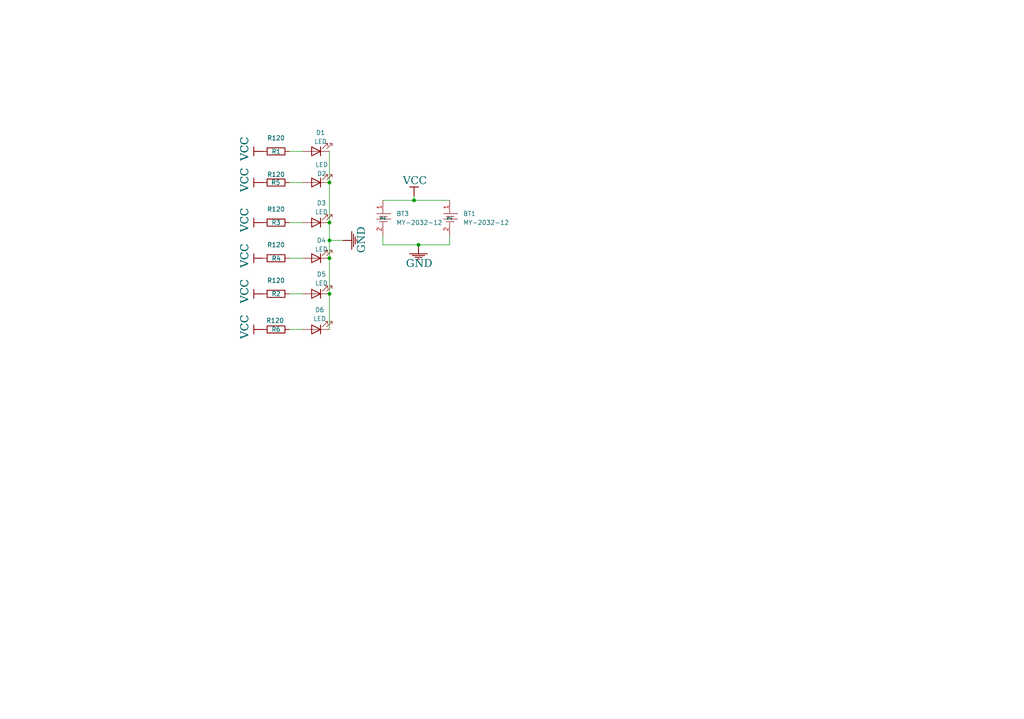
<source format=kicad_sch>
(kicad_sch
	(version 20231120)
	(generator "eeschema")
	(generator_version "8.0")
	(uuid "9d05d08a-6d4a-4426-b673-30f2051cc825")
	(paper "User" 292.1 205.105)
	(title_block
		(title "Apocalypse's Nametag PCB")
		(date "2024-04-29")
		(rev "1")
		(company "Apocalypse - Hack Club")
	)
	(lib_symbols
		(symbol "Device:LED"
			(pin_numbers hide)
			(pin_names
				(offset 1.016) hide)
			(exclude_from_sim no)
			(in_bom yes)
			(on_board yes)
			(property "Reference" "D"
				(at 0 2.54 0)
				(effects
					(font
						(size 1.27 1.27)
					)
				)
			)
			(property "Value" "LED"
				(at 0 -2.54 0)
				(effects
					(font
						(size 1.27 1.27)
					)
				)
			)
			(property "Footprint" ""
				(at 0 0 0)
				(effects
					(font
						(size 1.27 1.27)
					)
					(hide yes)
				)
			)
			(property "Datasheet" "~"
				(at 0 0 0)
				(effects
					(font
						(size 1.27 1.27)
					)
					(hide yes)
				)
			)
			(property "Description" "Light emitting diode"
				(at 0 0 0)
				(effects
					(font
						(size 1.27 1.27)
					)
					(hide yes)
				)
			)
			(property "ki_keywords" "LED diode"
				(at 0 0 0)
				(effects
					(font
						(size 1.27 1.27)
					)
					(hide yes)
				)
			)
			(property "ki_fp_filters" "LED* LED_SMD:* LED_THT:*"
				(at 0 0 0)
				(effects
					(font
						(size 1.27 1.27)
					)
					(hide yes)
				)
			)
			(symbol "LED_0_1"
				(polyline
					(pts
						(xy -1.27 -1.27) (xy -1.27 1.27)
					)
					(stroke
						(width 0.254)
						(type default)
					)
					(fill
						(type none)
					)
				)
				(polyline
					(pts
						(xy -1.27 0) (xy 1.27 0)
					)
					(stroke
						(width 0)
						(type default)
					)
					(fill
						(type none)
					)
				)
				(polyline
					(pts
						(xy 1.27 -1.27) (xy 1.27 1.27) (xy -1.27 0) (xy 1.27 -1.27)
					)
					(stroke
						(width 0.254)
						(type default)
					)
					(fill
						(type none)
					)
				)
				(polyline
					(pts
						(xy -3.048 -0.762) (xy -4.572 -2.286) (xy -3.81 -2.286) (xy -4.572 -2.286) (xy -4.572 -1.524)
					)
					(stroke
						(width 0)
						(type default)
					)
					(fill
						(type none)
					)
				)
				(polyline
					(pts
						(xy -1.778 -0.762) (xy -3.302 -2.286) (xy -2.54 -2.286) (xy -3.302 -2.286) (xy -3.302 -1.524)
					)
					(stroke
						(width 0)
						(type default)
					)
					(fill
						(type none)
					)
				)
			)
			(symbol "LED_1_1"
				(pin passive line
					(at -3.81 0 0)
					(length 2.54)
					(name "K"
						(effects
							(font
								(size 1.27 1.27)
							)
						)
					)
					(number "1"
						(effects
							(font
								(size 1.27 1.27)
							)
						)
					)
				)
				(pin passive line
					(at 3.81 0 180)
					(length 2.54)
					(name "A"
						(effects
							(font
								(size 1.27 1.27)
							)
						)
					)
					(number "2"
						(effects
							(font
								(size 1.27 1.27)
							)
						)
					)
				)
			)
		)
		(symbol "Device:R"
			(pin_numbers hide)
			(pin_names
				(offset 0)
			)
			(exclude_from_sim no)
			(in_bom yes)
			(on_board yes)
			(property "Reference" "R"
				(at 2.032 0 90)
				(effects
					(font
						(size 1.27 1.27)
					)
				)
			)
			(property "Value" "R"
				(at 0 0 90)
				(effects
					(font
						(size 1.27 1.27)
					)
				)
			)
			(property "Footprint" ""
				(at -1.778 0 90)
				(effects
					(font
						(size 1.27 1.27)
					)
					(hide yes)
				)
			)
			(property "Datasheet" "~"
				(at 0 0 0)
				(effects
					(font
						(size 1.27 1.27)
					)
					(hide yes)
				)
			)
			(property "Description" "Resistor"
				(at 0 0 0)
				(effects
					(font
						(size 1.27 1.27)
					)
					(hide yes)
				)
			)
			(property "ki_keywords" "R res resistor"
				(at 0 0 0)
				(effects
					(font
						(size 1.27 1.27)
					)
					(hide yes)
				)
			)
			(property "ki_fp_filters" "R_*"
				(at 0 0 0)
				(effects
					(font
						(size 1.27 1.27)
					)
					(hide yes)
				)
			)
			(symbol "R_0_1"
				(rectangle
					(start -1.016 -2.54)
					(end 1.016 2.54)
					(stroke
						(width 0.254)
						(type default)
					)
					(fill
						(type none)
					)
				)
			)
			(symbol "R_1_1"
				(pin passive line
					(at 0 3.81 270)
					(length 1.27)
					(name "~"
						(effects
							(font
								(size 1.27 1.27)
							)
						)
					)
					(number "1"
						(effects
							(font
								(size 1.27 1.27)
							)
						)
					)
				)
				(pin passive line
					(at 0 -3.81 90)
					(length 1.27)
					(name "~"
						(effects
							(font
								(size 1.27 1.27)
							)
						)
					)
					(number "2"
						(effects
							(font
								(size 1.27 1.27)
							)
						)
					)
				)
			)
		)
		(symbol "GND"
			(power)
			(pin_numbers hide)
			(pin_names hide)
			(exclude_from_sim no)
			(in_bom yes)
			(on_board yes)
			(property "Reference" "#PWR"
				(at 0 0 0)
				(effects
					(font
						(size 1.27 1.27)
					)
					(hide yes)
				)
			)
			(property "Value" "GND"
				(at 0 6.35 0)
				(effects
					(font
						(size 1.27 1.27)
					)
				)
			)
			(property "Footprint" ""
				(at 0 0 0)
				(effects
					(font
						(size 1.27 1.27)
					)
					(hide yes)
				)
			)
			(property "Datasheet" ""
				(at 0 0 0)
				(effects
					(font
						(size 1.27 1.27)
					)
					(hide yes)
				)
			)
			(property "Description" "Power symbol creates a global label with name 'GND'"
				(at 0 0 0)
				(effects
					(font
						(size 1.27 1.27)
					)
					(hide yes)
				)
			)
			(property "ki_keywords" "power-flag"
				(at 0 0 0)
				(effects
					(font
						(size 1.27 1.27)
					)
					(hide yes)
				)
			)
			(symbol "GND_0_0"
				(polyline
					(pts
						(xy -2.54 -2.54) (xy 2.54 -2.54)
					)
					(stroke
						(width 0.254)
						(type solid)
					)
					(fill
						(type none)
					)
				)
				(polyline
					(pts
						(xy -1.778 -3.048) (xy 1.778 -3.048)
					)
					(stroke
						(width 0.254)
						(type solid)
					)
					(fill
						(type none)
					)
				)
				(polyline
					(pts
						(xy -1.016 -3.556) (xy 1.016 -3.556)
					)
					(stroke
						(width 0.254)
						(type solid)
					)
					(fill
						(type none)
					)
				)
				(polyline
					(pts
						(xy -0.254 -4.064) (xy 0.254 -4.064)
					)
					(stroke
						(width 0.254)
						(type solid)
					)
					(fill
						(type none)
					)
				)
				(polyline
					(pts
						(xy 0 0) (xy 0 -2.54)
					)
					(stroke
						(width 0.254)
						(type solid)
					)
					(fill
						(type none)
					)
				)
				(pin power_in line
					(at 0 0 270)
					(length 0)
					(name "GND"
						(effects
							(font
								(size 1.27 1.27)
							)
						)
					)
					(number "1"
						(effects
							(font
								(size 1.27 1.27)
							)
						)
					)
				)
			)
		)
		(symbol "VCC"
			(power)
			(pin_numbers hide)
			(pin_names hide)
			(exclude_from_sim no)
			(in_bom yes)
			(on_board yes)
			(property "Reference" "#PWR"
				(at 0 0 0)
				(effects
					(font
						(size 1.27 1.27)
					)
					(hide yes)
				)
			)
			(property "Value" "VCC"
				(at 0 3.81 0)
				(effects
					(font
						(size 1.27 1.27)
					)
				)
			)
			(property "Footprint" ""
				(at 0 0 0)
				(effects
					(font
						(size 1.27 1.27)
					)
					(hide yes)
				)
			)
			(property "Datasheet" ""
				(at 0 0 0)
				(effects
					(font
						(size 1.27 1.27)
					)
					(hide yes)
				)
			)
			(property "Description" "Power symbol creates a global label with name 'VCC'"
				(at 0 0 0)
				(effects
					(font
						(size 1.27 1.27)
					)
					(hide yes)
				)
			)
			(property "ki_keywords" "power-flag"
				(at 0 0 0)
				(effects
					(font
						(size 1.27 1.27)
					)
					(hide yes)
				)
			)
			(symbol "VCC_0_0"
				(polyline
					(pts
						(xy -1.27 -2.54) (xy 1.27 -2.54)
					)
					(stroke
						(width 0.254)
						(type solid)
					)
					(fill
						(type none)
					)
				)
				(polyline
					(pts
						(xy 0 0) (xy 0 -2.54)
					)
					(stroke
						(width 0.254)
						(type solid)
					)
					(fill
						(type none)
					)
				)
				(pin power_in line
					(at 0 0 270)
					(length 0)
					(name "VCC"
						(effects
							(font
								(size 1.27 1.27)
							)
						)
					)
					(number "1"
						(effects
							(font
								(size 1.27 1.27)
							)
						)
					)
				)
			)
		)
		(symbol "easyeda2kicad:MY-2032-12"
			(exclude_from_sim no)
			(in_bom yes)
			(on_board yes)
			(property "Reference" "BT"
				(at 0 5.08 0)
				(effects
					(font
						(size 1.27 1.27)
					)
				)
			)
			(property "Value" "MY-2032-12"
				(at 0 -5.08 0)
				(effects
					(font
						(size 1.27 1.27)
					)
				)
			)
			(property "Footprint" "easyeda2kicad:BAT-SMD_MY-2032-12"
				(at 0 -7.62 0)
				(effects
					(font
						(size 1.27 1.27)
					)
					(hide yes)
				)
			)
			(property "Datasheet" ""
				(at 0 0 0)
				(effects
					(font
						(size 1.27 1.27)
					)
					(hide yes)
				)
			)
			(property "Description" ""
				(at 0 0 0)
				(effects
					(font
						(size 1.27 1.27)
					)
					(hide yes)
				)
			)
			(property "LCSC Part" "C964833"
				(at 0 -10.16 0)
				(effects
					(font
						(size 1.27 1.27)
					)
					(hide yes)
				)
			)
			(symbol "MY-2032-12_0_1"
				(polyline
					(pts
						(xy -1.27 2.29) (xy -1.27 -1.78)
					)
					(stroke
						(width 0)
						(type default)
					)
					(fill
						(type none)
					)
				)
				(polyline
					(pts
						(xy -0.51 1.27) (xy -0.51 -1.02)
					)
					(stroke
						(width 0)
						(type default)
					)
					(fill
						(type none)
					)
				)
				(polyline
					(pts
						(xy 0.25 2.29) (xy 0.25 -1.78)
					)
					(stroke
						(width 0)
						(type default)
					)
					(fill
						(type none)
					)
				)
				(polyline
					(pts
						(xy 1.02 1.27) (xy 1.02 -1.02)
					)
					(stroke
						(width 0)
						(type default)
					)
					(fill
						(type none)
					)
				)
				(pin input line
					(at -5.08 0 0)
					(length 3.81)
					(name "1"
						(effects
							(font
								(size 1.27 1.27)
							)
						)
					)
					(number "1"
						(effects
							(font
								(size 1.27 1.27)
							)
						)
					)
				)
				(pin input line
					(at 5.08 0 180)
					(length 3.81)
					(name "2"
						(effects
							(font
								(size 1.27 1.27)
							)
						)
					)
					(number "2"
						(effects
							(font
								(size 1.27 1.27)
							)
						)
					)
				)
			)
		)
	)
	(junction
		(at 93.98 68.58)
		(diameter 0)
		(color 0 0 0 0)
		(uuid "0a93f591-e5fc-40ae-b4c9-5666dc7caf62")
	)
	(junction
		(at 93.98 52.07)
		(diameter 0)
		(color 0 0 0 0)
		(uuid "3053f9df-70f8-4201-973e-660e8f61c6a2")
	)
	(junction
		(at 119.38 69.85)
		(diameter 0)
		(color 0 0 0 0)
		(uuid "44dd6ce3-75f7-4fa8-8e3c-12946f4a0422")
	)
	(junction
		(at 93.98 63.5)
		(diameter 0)
		(color 0 0 0 0)
		(uuid "52020fb5-6fef-4c5b-9e6c-9f9eb62dcf59")
	)
	(junction
		(at 118.11 57.15)
		(diameter 0)
		(color 0 0 0 0)
		(uuid "7142ccee-5685-4b4e-aaa1-387d805deb8d")
	)
	(junction
		(at 93.98 73.66)
		(diameter 0)
		(color 0 0 0 0)
		(uuid "b0ff7e22-4a82-403d-bbd1-7d83d683afcd")
	)
	(junction
		(at 93.98 83.82)
		(diameter 0)
		(color 0 0 0 0)
		(uuid "bc4fa6d4-8151-4817-b32f-77fe7232d320")
	)
	(wire
		(pts
			(xy 118.11 57.15) (xy 128.27 57.15)
		)
		(stroke
			(width 0)
			(type default)
		)
		(uuid "1b6abe22-09d8-470d-868c-0e2f1fb8b7ad")
	)
	(wire
		(pts
			(xy 109.22 69.85) (xy 119.38 69.85)
		)
		(stroke
			(width 0)
			(type default)
		)
		(uuid "1f62d8b6-ecef-4b6a-8394-768956b33b36")
	)
	(wire
		(pts
			(xy 109.22 57.15) (xy 118.11 57.15)
		)
		(stroke
			(width 0)
			(type default)
		)
		(uuid "275ce20b-d3c2-45d1-adc8-55f4649960b6")
	)
	(wire
		(pts
			(xy 97.79 68.58) (xy 93.98 68.58)
		)
		(stroke
			(width 0)
			(type default)
		)
		(uuid "28b96067-9fcc-4a62-bb31-074dd05109e9")
	)
	(wire
		(pts
			(xy 109.22 69.85) (xy 109.22 67.31)
		)
		(stroke
			(width 0)
			(type default)
		)
		(uuid "44cf1d63-ac17-4caf-a7f3-c74bd2ac881c")
	)
	(wire
		(pts
			(xy 82.55 43.18) (xy 86.36 43.18)
		)
		(stroke
			(width 0)
			(type default)
		)
		(uuid "503052d4-7e25-47fc-960e-abd1b14066c1")
	)
	(wire
		(pts
			(xy 82.55 63.5) (xy 86.36 63.5)
		)
		(stroke
			(width 0)
			(type default)
		)
		(uuid "59c056f4-acee-47ee-991e-ac0631b7bd9f")
	)
	(wire
		(pts
			(xy 82.55 52.07) (xy 86.36 52.07)
		)
		(stroke
			(width 0)
			(type default)
		)
		(uuid "5c1baade-4172-4d95-9748-d8a73aca1844")
	)
	(wire
		(pts
			(xy 93.98 52.07) (xy 93.98 43.18)
		)
		(stroke
			(width 0)
			(type default)
		)
		(uuid "620de2b9-5859-4338-981e-05888c274742")
	)
	(wire
		(pts
			(xy 118.11 55.88) (xy 118.11 57.15)
		)
		(stroke
			(width 0)
			(type default)
		)
		(uuid "7dd24c12-3093-43d4-8087-67ae14bbaaf5")
	)
	(wire
		(pts
			(xy 82.55 93.98) (xy 86.36 93.98)
		)
		(stroke
			(width 0)
			(type default)
		)
		(uuid "82a14a38-52e7-4ac4-8d7f-f2b6d7e4de67")
	)
	(wire
		(pts
			(xy 93.98 73.66) (xy 93.98 83.82)
		)
		(stroke
			(width 0)
			(type default)
		)
		(uuid "8e1497ca-eec3-45f0-b1e8-46f6b16c6289")
	)
	(wire
		(pts
			(xy 82.55 83.82) (xy 86.36 83.82)
		)
		(stroke
			(width 0)
			(type default)
		)
		(uuid "9464c31e-bf13-4bfe-9740-b86049594e12")
	)
	(wire
		(pts
			(xy 128.27 67.31) (xy 128.27 69.85)
		)
		(stroke
			(width 0)
			(type default)
		)
		(uuid "a279f51f-c248-46f9-b39b-1f43ca5a50d1")
	)
	(wire
		(pts
			(xy 119.38 69.85) (xy 128.27 69.85)
		)
		(stroke
			(width 0)
			(type default)
		)
		(uuid "b892f5b5-5ee4-4472-a758-5f7dc2aa1ab4")
	)
	(wire
		(pts
			(xy 82.55 73.66) (xy 86.36 73.66)
		)
		(stroke
			(width 0)
			(type default)
		)
		(uuid "cb1966d3-730c-4797-9ed0-bc8c68851988")
	)
	(wire
		(pts
			(xy 93.98 63.5) (xy 93.98 68.58)
		)
		(stroke
			(width 0)
			(type default)
		)
		(uuid "e3c2f8f6-d45c-4820-a6b9-a04fb1bb5669")
	)
	(wire
		(pts
			(xy 93.98 68.58) (xy 93.98 73.66)
		)
		(stroke
			(width 0)
			(type default)
		)
		(uuid "ee80fd93-9dcd-4613-be98-3efcb3a0d9a5")
	)
	(wire
		(pts
			(xy 93.98 93.98) (xy 93.98 83.82)
		)
		(stroke
			(width 0)
			(type default)
		)
		(uuid "f75bc4a0-1477-4923-ba78-6cd7ffc112b2")
	)
	(wire
		(pts
			(xy 93.98 52.07) (xy 93.98 63.5)
		)
		(stroke
			(width 0)
			(type default)
		)
		(uuid "f9b4d9b8-cf43-402e-b573-e840e3ad8759")
	)
	(symbol
		(lib_id "VCC")
		(at 74.93 73.66 270)
		(mirror x)
		(unit 0)
		(exclude_from_sim no)
		(in_bom yes)
		(on_board yes)
		(dnp no)
		(uuid "08b0afa6-3721-45b0-9d29-cd3ef76ecae8")
		(property "Reference" "#PWR027"
			(at 74.93 73.66 0)
			(effects
				(font
					(size 1.27 1.27)
				)
				(hide yes)
			)
		)
		(property "Value" "VCC"
			(at 71.12 76.2 0)
			(effects
				(font
					(face "Times New Roman")
					(size 2.1717 2.1717)
				)
				(justify left top)
			)
		)
		(property "Footprint" ""
			(at 74.93 73.66 0)
			(effects
				(font
					(size 1.27 1.27)
				)
				(hide yes)
			)
		)
		(property "Datasheet" ""
			(at 74.93 73.66 0)
			(effects
				(font
					(size 1.27 1.27)
				)
				(hide yes)
			)
		)
		(property "Description" "Power symbol creates a global label with name 'VCC'"
			(at 74.93 73.66 0)
			(effects
				(font
					(size 1.27 1.27)
				)
				(hide yes)
			)
		)
		(pin "1"
			(uuid "de7a1700-3997-4bf4-a652-d9c5cd7da150")
		)
		(instances
			(project "HackerBadgePCBV3 (Simplified)"
				(path "/9d05d08a-6d4a-4426-b673-30f2051cc825"
					(reference "#PWR027")
					(unit 0)
				)
			)
		)
	)
	(symbol
		(lib_id "easyeda2kicad:MY-2032-12")
		(at 128.27 62.23 270)
		(unit 1)
		(exclude_from_sim no)
		(in_bom yes)
		(on_board yes)
		(dnp no)
		(fields_autoplaced yes)
		(uuid "1271b5bc-bbbd-4724-97c7-84873a4510bc")
		(property "Reference" "BT1"
			(at 132.08 60.9599 90)
			(effects
				(font
					(size 1.27 1.27)
				)
				(justify left)
			)
		)
		(property "Value" "MY-2032-12"
			(at 132.08 63.4999 90)
			(effects
				(font
					(size 1.27 1.27)
				)
				(justify left)
			)
		)
		(property "Footprint" "easyeda2kicad:BAT-SMD_MY-2032-12"
			(at 120.65 62.23 0)
			(effects
				(font
					(size 1.27 1.27)
				)
				(hide yes)
			)
		)
		(property "Datasheet" ""
			(at 128.27 62.23 0)
			(effects
				(font
					(size 1.27 1.27)
				)
				(hide yes)
			)
		)
		(property "Description" ""
			(at 128.27 62.23 0)
			(effects
				(font
					(size 1.27 1.27)
				)
				(hide yes)
			)
		)
		(property "LCSC Part" "C964833"
			(at 118.11 62.23 0)
			(effects
				(font
					(size 1.27 1.27)
				)
				(hide yes)
			)
		)
		(pin "2"
			(uuid "8bbfef26-e711-48b6-ab9c-638d99d7e38a")
		)
		(pin "1"
			(uuid "8607f73b-a431-4d5b-a4c4-bdb1fef2a430")
		)
		(instances
			(project "HackerBadgePCBV3 (Simplified)"
				(path "/9d05d08a-6d4a-4426-b673-30f2051cc825"
					(reference "BT1")
					(unit 1)
				)
			)
		)
	)
	(symbol
		(lib_id "Device:R")
		(at 78.74 93.98 90)
		(unit 1)
		(exclude_from_sim no)
		(in_bom yes)
		(on_board yes)
		(dnp no)
		(uuid "12f2fc7d-d62c-431e-bdf5-12f44b738408")
		(property "Reference" "R6"
			(at 78.74 93.98 90)
			(effects
				(font
					(size 1.27 1.27)
				)
			)
		)
		(property "Value" "R120"
			(at 78.486 91.44 90)
			(effects
				(font
					(size 1.27 1.27)
				)
			)
		)
		(property "Footprint" "Resistor_THT:R_Axial_DIN0207_L6.3mm_D2.5mm_P10.16mm_Horizontal"
			(at 78.74 95.758 90)
			(effects
				(font
					(size 1.27 1.27)
				)
				(hide yes)
			)
		)
		(property "Datasheet" "~"
			(at 78.74 93.98 0)
			(effects
				(font
					(size 1.27 1.27)
				)
				(hide yes)
			)
		)
		(property "Description" "Resistor"
			(at 78.74 93.98 0)
			(effects
				(font
					(size 1.27 1.27)
				)
				(hide yes)
			)
		)
		(property "LCSC Part" "C119306"
			(at 78.74 93.98 90)
			(effects
				(font
					(size 1.27 1.27)
				)
				(hide yes)
			)
		)
		(pin "1"
			(uuid "59837b3c-6b55-4726-998e-7cff34fb7ccc")
		)
		(pin "2"
			(uuid "42fd715a-22f0-4fa2-9034-d00151684ed9")
		)
		(instances
			(project "HackerBadgePCBV3 (Simplified)"
				(path "/9d05d08a-6d4a-4426-b673-30f2051cc825"
					(reference "R6")
					(unit 1)
				)
			)
		)
	)
	(symbol
		(lib_id "Device:R")
		(at 78.74 83.82 90)
		(unit 1)
		(exclude_from_sim no)
		(in_bom yes)
		(on_board yes)
		(dnp no)
		(uuid "1997bd78-8e02-49bb-b369-451079afdac9")
		(property "Reference" "R2"
			(at 78.7838 83.8053 90)
			(effects
				(font
					(size 1.27 1.27)
				)
			)
		)
		(property "Value" "R120"
			(at 78.74 80.01 90)
			(effects
				(font
					(size 1.27 1.27)
				)
			)
		)
		(property "Footprint" "Resistor_THT:R_Axial_DIN0207_L6.3mm_D2.5mm_P10.16mm_Horizontal"
			(at 78.74 85.598 90)
			(effects
				(font
					(size 1.27 1.27)
				)
				(hide yes)
			)
		)
		(property "Datasheet" "~"
			(at 78.74 83.82 0)
			(effects
				(font
					(size 1.27 1.27)
				)
				(hide yes)
			)
		)
		(property "Description" "Resistor"
			(at 78.74 83.82 0)
			(effects
				(font
					(size 1.27 1.27)
				)
				(hide yes)
			)
		)
		(property "LCSC Part" "C119306"
			(at 78.74 83.82 90)
			(effects
				(font
					(size 1.27 1.27)
				)
				(hide yes)
			)
		)
		(pin "1"
			(uuid "b4221db4-1a42-44cf-acc8-cb31337883eb")
		)
		(pin "2"
			(uuid "d8219d45-1578-4b3a-a804-8b25c89bf1f7")
		)
		(instances
			(project "HackerBadgePCBV3 (Simplified)"
				(path "/9d05d08a-6d4a-4426-b673-30f2051cc825"
					(reference "R2")
					(unit 1)
				)
			)
		)
	)
	(symbol
		(lib_id "Device:LED")
		(at 90.17 52.07 180)
		(unit 1)
		(exclude_from_sim no)
		(in_bom yes)
		(on_board yes)
		(dnp no)
		(uuid "257e3f24-3ae3-4ef7-9b15-2481b2163a4d")
		(property "Reference" "D2"
			(at 91.7575 49.53 0)
			(effects
				(font
					(size 1.27 1.27)
				)
			)
		)
		(property "Value" "LED"
			(at 91.7575 46.99 0)
			(effects
				(font
					(size 1.27 1.27)
				)
			)
		)
		(property "Footprint" "Library:LED_D3.0mm_Horizontal_O6.35mm_Z10.0mm"
			(at 90.17 52.07 0)
			(effects
				(font
					(size 1.27 1.27)
				)
				(hide yes)
			)
		)
		(property "Datasheet" "~"
			(at 90.17 52.07 0)
			(effects
				(font
					(size 1.27 1.27)
				)
				(hide yes)
			)
		)
		(property "Description" "Light emitting diode"
			(at 90.17 52.07 0)
			(effects
				(font
					(size 1.27 1.27)
				)
				(hide yes)
			)
		)
		(pin "2"
			(uuid "54cdc461-ce80-4ab4-a616-f975198a0ef9")
		)
		(pin "1"
			(uuid "9625d968-65dd-431f-8257-ab322801755f")
		)
		(instances
			(project "HackerBadgePCBV3 (Simplified)"
				(path "/9d05d08a-6d4a-4426-b673-30f2051cc825"
					(reference "D2")
					(unit 1)
				)
			)
		)
	)
	(symbol
		(lib_id "Device:R")
		(at 78.74 63.5 90)
		(unit 1)
		(exclude_from_sim no)
		(in_bom yes)
		(on_board yes)
		(dnp no)
		(uuid "289c9df5-a940-4a61-995b-6615abd6b867")
		(property "Reference" "R3"
			(at 78.74 63.5 90)
			(effects
				(font
					(size 1.27 1.27)
				)
			)
		)
		(property "Value" "R120"
			(at 78.74 59.69 90)
			(effects
				(font
					(size 1.27 1.27)
				)
			)
		)
		(property "Footprint" "Resistor_THT:R_Axial_DIN0207_L6.3mm_D2.5mm_P10.16mm_Horizontal"
			(at 78.74 65.278 90)
			(effects
				(font
					(size 1.27 1.27)
				)
				(hide yes)
			)
		)
		(property "Datasheet" "~"
			(at 78.74 63.5 0)
			(effects
				(font
					(size 1.27 1.27)
				)
				(hide yes)
			)
		)
		(property "Description" "Resistor"
			(at 78.74 63.5 0)
			(effects
				(font
					(size 1.27 1.27)
				)
				(hide yes)
			)
		)
		(property "LCSC Part" "C119306"
			(at 78.74 63.5 90)
			(effects
				(font
					(size 1.27 1.27)
				)
				(hide yes)
			)
		)
		(pin "1"
			(uuid "40a20e37-5683-4efe-b816-9708c24a6013")
		)
		(pin "2"
			(uuid "c5a066af-a448-46cd-b841-363bc6a1cd28")
		)
		(instances
			(project "HackerBadgePCBV3 (Simplified)"
				(path "/9d05d08a-6d4a-4426-b673-30f2051cc825"
					(reference "R3")
					(unit 1)
				)
			)
		)
	)
	(symbol
		(lib_id "Device:R")
		(at 78.74 52.07 90)
		(unit 1)
		(exclude_from_sim no)
		(in_bom yes)
		(on_board yes)
		(dnp no)
		(uuid "290afc15-be4d-464e-bf2c-b63dabcbc4a5")
		(property "Reference" "R5"
			(at 78.6614 52.0673 90)
			(effects
				(font
					(size 1.27 1.27)
				)
			)
		)
		(property "Value" "R120"
			(at 78.74 49.784 90)
			(effects
				(font
					(size 1.27 1.27)
				)
			)
		)
		(property "Footprint" "Resistor_THT:R_Axial_DIN0207_L6.3mm_D2.5mm_P10.16mm_Horizontal"
			(at 78.74 53.848 90)
			(effects
				(font
					(size 1.27 1.27)
				)
				(hide yes)
			)
		)
		(property "Datasheet" "~"
			(at 78.74 52.07 0)
			(effects
				(font
					(size 1.27 1.27)
				)
				(hide yes)
			)
		)
		(property "Description" "Resistor"
			(at 78.74 52.07 0)
			(effects
				(font
					(size 1.27 1.27)
				)
				(hide yes)
			)
		)
		(property "LCSC Part" "C119306"
			(at 78.74 52.07 90)
			(effects
				(font
					(size 1.27 1.27)
				)
				(hide yes)
			)
		)
		(pin "1"
			(uuid "4f253187-f0a3-40a3-84d6-5ebc392a6d3d")
		)
		(pin "2"
			(uuid "71ae6556-655a-40f7-96d9-4395806e92d0")
		)
		(instances
			(project "HackerBadgePCBV3 (Simplified)"
				(path "/9d05d08a-6d4a-4426-b673-30f2051cc825"
					(reference "R5")
					(unit 1)
				)
			)
		)
	)
	(symbol
		(lib_id "Device:LED")
		(at 90.17 63.5 180)
		(unit 1)
		(exclude_from_sim no)
		(in_bom yes)
		(on_board yes)
		(dnp no)
		(uuid "322758b6-9ca4-4e91-86c3-b33f1be2d761")
		(property "Reference" "D3"
			(at 91.694 57.912 0)
			(effects
				(font
					(size 1.27 1.27)
				)
			)
		)
		(property "Value" "LED"
			(at 91.694 60.452 0)
			(effects
				(font
					(size 1.27 1.27)
				)
			)
		)
		(property "Footprint" "Library:LED_D3.0mm_Horizontal_O6.35mm_Z10.0mm"
			(at 90.17 63.5 0)
			(effects
				(font
					(size 1.27 1.27)
				)
				(hide yes)
			)
		)
		(property "Datasheet" "~"
			(at 90.17 63.5 0)
			(effects
				(font
					(size 1.27 1.27)
				)
				(hide yes)
			)
		)
		(property "Description" "Light emitting diode"
			(at 90.17 63.5 0)
			(effects
				(font
					(size 1.27 1.27)
				)
				(hide yes)
			)
		)
		(pin "2"
			(uuid "8a071f80-df09-495f-8ec2-0fc7617cb719")
		)
		(pin "1"
			(uuid "3e5f6871-ed19-4059-b18d-0fcf4d6a1e83")
		)
		(instances
			(project "HackerBadgePCBV3 (Simplified)"
				(path "/9d05d08a-6d4a-4426-b673-30f2051cc825"
					(reference "D3")
					(unit 1)
				)
			)
		)
	)
	(symbol
		(lib_id "VCC")
		(at 74.93 63.5 270)
		(mirror x)
		(unit 0)
		(exclude_from_sim no)
		(in_bom yes)
		(on_board yes)
		(dnp no)
		(uuid "4b400d1f-12f9-4d46-8ecb-b912cb148188")
		(property "Reference" "#PWR04"
			(at 74.93 63.5 0)
			(effects
				(font
					(size 1.27 1.27)
				)
				(hide yes)
			)
		)
		(property "Value" "VCC"
			(at 71.12 66.04 0)
			(effects
				(font
					(face "Times New Roman")
					(size 2.1717 2.1717)
				)
				(justify left top)
			)
		)
		(property "Footprint" ""
			(at 74.93 63.5 0)
			(effects
				(font
					(size 1.27 1.27)
				)
				(hide yes)
			)
		)
		(property "Datasheet" ""
			(at 74.93 63.5 0)
			(effects
				(font
					(size 1.27 1.27)
				)
				(hide yes)
			)
		)
		(property "Description" "Power symbol creates a global label with name 'VCC'"
			(at 74.93 63.5 0)
			(effects
				(font
					(size 1.27 1.27)
				)
				(hide yes)
			)
		)
		(pin "1"
			(uuid "2f63d3fa-f649-4e2d-875e-471e9799b9f0")
		)
		(instances
			(project "HackerBadgePCBV3 (Simplified)"
				(path "/9d05d08a-6d4a-4426-b673-30f2051cc825"
					(reference "#PWR04")
					(unit 0)
				)
			)
		)
	)
	(symbol
		(lib_id "GND")
		(at 119.38 69.85 0)
		(unit 0)
		(exclude_from_sim no)
		(in_bom yes)
		(on_board yes)
		(dnp no)
		(uuid "633dbb38-4527-4263-b0b8-b37fcef520a2")
		(property "Reference" "#PWR046"
			(at 119.38 69.85 0)
			(effects
				(font
					(size 1.27 1.27)
				)
				(hide yes)
			)
		)
		(property "Value" "GND"
			(at 116.078 76.454 0)
			(effects
				(font
					(face "Times New Roman")
					(size 2.1717 2.1717)
				)
				(justify left bottom)
			)
		)
		(property "Footprint" ""
			(at 119.38 69.85 0)
			(effects
				(font
					(size 1.27 1.27)
				)
				(hide yes)
			)
		)
		(property "Datasheet" ""
			(at 119.38 69.85 0)
			(effects
				(font
					(size 1.27 1.27)
				)
				(hide yes)
			)
		)
		(property "Description" "Power symbol creates a global label with name 'GND'"
			(at 119.38 69.85 0)
			(effects
				(font
					(size 1.27 1.27)
				)
				(hide yes)
			)
		)
		(pin "1"
			(uuid "5fecb76e-fa37-4199-a764-9f2efe4ae082")
		)
		(instances
			(project "HackerBadgePCBV3 (Simplified)"
				(path "/9d05d08a-6d4a-4426-b673-30f2051cc825"
					(reference "#PWR046")
					(unit 0)
				)
			)
		)
	)
	(symbol
		(lib_id "Device:R")
		(at 78.74 73.66 90)
		(unit 1)
		(exclude_from_sim no)
		(in_bom yes)
		(on_board yes)
		(dnp no)
		(uuid "70982545-9b33-4577-9179-9fb129d5cc3e")
		(property "Reference" "R4"
			(at 78.825 73.7424 90)
			(effects
				(font
					(size 1.27 1.27)
				)
			)
		)
		(property "Value" "R120"
			(at 78.74 69.85 90)
			(effects
				(font
					(size 1.27 1.27)
				)
			)
		)
		(property "Footprint" "Resistor_THT:R_Axial_DIN0207_L6.3mm_D2.5mm_P10.16mm_Horizontal"
			(at 78.74 75.438 90)
			(effects
				(font
					(size 1.27 1.27)
				)
				(hide yes)
			)
		)
		(property "Datasheet" "~"
			(at 78.74 73.66 0)
			(effects
				(font
					(size 1.27 1.27)
				)
				(hide yes)
			)
		)
		(property "Description" "Resistor"
			(at 78.74 73.66 0)
			(effects
				(font
					(size 1.27 1.27)
				)
				(hide yes)
			)
		)
		(property "LCSC Part" "C119306"
			(at 78.74 73.66 90)
			(effects
				(font
					(size 1.27 1.27)
				)
				(hide yes)
			)
		)
		(pin "1"
			(uuid "70b10e94-f8ca-473a-a880-1a893d0da064")
		)
		(pin "2"
			(uuid "cf99c08a-687b-4468-acff-2ebfbf74c340")
		)
		(instances
			(project "HackerBadgePCBV3 (Simplified)"
				(path "/9d05d08a-6d4a-4426-b673-30f2051cc825"
					(reference "R4")
					(unit 1)
				)
			)
		)
	)
	(symbol
		(lib_id "VCC")
		(at 74.93 52.07 270)
		(mirror x)
		(unit 0)
		(exclude_from_sim no)
		(in_bom yes)
		(on_board yes)
		(dnp no)
		(uuid "76be72ad-8f92-4b67-bee5-1202ed61b9db")
		(property "Reference" "#PWR05"
			(at 74.93 52.07 0)
			(effects
				(font
					(size 1.27 1.27)
				)
				(hide yes)
			)
		)
		(property "Value" "VCC"
			(at 71.12 54.61 0)
			(effects
				(font
					(face "Times New Roman")
					(size 2.1717 2.1717)
				)
				(justify left top)
			)
		)
		(property "Footprint" ""
			(at 74.93 52.07 0)
			(effects
				(font
					(size 1.27 1.27)
				)
				(hide yes)
			)
		)
		(property "Datasheet" ""
			(at 74.93 52.07 0)
			(effects
				(font
					(size 1.27 1.27)
				)
				(hide yes)
			)
		)
		(property "Description" "Power symbol creates a global label with name 'VCC'"
			(at 74.93 52.07 0)
			(effects
				(font
					(size 1.27 1.27)
				)
				(hide yes)
			)
		)
		(pin "1"
			(uuid "e37c6ab7-de6e-4ff5-9747-1588c4966677")
		)
		(instances
			(project "HackerBadgePCBV3 (Simplified)"
				(path "/9d05d08a-6d4a-4426-b673-30f2051cc825"
					(reference "#PWR05")
					(unit 0)
				)
			)
		)
	)
	(symbol
		(lib_id "VCC")
		(at 74.93 93.98 270)
		(mirror x)
		(unit 0)
		(exclude_from_sim no)
		(in_bom yes)
		(on_board yes)
		(dnp no)
		(uuid "95d4d880-3130-4662-a1a6-1f76ab8abb17")
		(property "Reference" "#PWR06"
			(at 74.93 93.98 0)
			(effects
				(font
					(size 1.27 1.27)
				)
				(hide yes)
			)
		)
		(property "Value" "VCC"
			(at 71.12 96.52 0)
			(effects
				(font
					(face "Times New Roman")
					(size 2.1717 2.1717)
				)
				(justify left top)
			)
		)
		(property "Footprint" ""
			(at 74.93 93.98 0)
			(effects
				(font
					(size 1.27 1.27)
				)
				(hide yes)
			)
		)
		(property "Datasheet" ""
			(at 74.93 93.98 0)
			(effects
				(font
					(size 1.27 1.27)
				)
				(hide yes)
			)
		)
		(property "Description" "Power symbol creates a global label with name 'VCC'"
			(at 74.93 93.98 0)
			(effects
				(font
					(size 1.27 1.27)
				)
				(hide yes)
			)
		)
		(pin "1"
			(uuid "b839c04e-28dc-4480-a831-aebea055924a")
		)
		(instances
			(project "HackerBadgePCBV3 (Simplified)"
				(path "/9d05d08a-6d4a-4426-b673-30f2051cc825"
					(reference "#PWR06")
					(unit 0)
				)
			)
		)
	)
	(symbol
		(lib_id "VCC")
		(at 118.11 55.88 0)
		(mirror x)
		(unit 0)
		(exclude_from_sim no)
		(in_bom yes)
		(on_board yes)
		(dnp no)
		(uuid "ae7c4160-c7d8-44d8-a43f-77cb2ec90c97")
		(property "Reference" "#PWR03"
			(at 118.11 55.88 0)
			(effects
				(font
					(size 1.27 1.27)
				)
				(hide yes)
			)
		)
		(property "Value" "VCC"
			(at 115.062 52.832 0)
			(effects
				(font
					(face "Times New Roman")
					(size 2.1717 2.1717)
				)
				(justify left top)
			)
		)
		(property "Footprint" ""
			(at 118.11 55.88 0)
			(effects
				(font
					(size 1.27 1.27)
				)
				(hide yes)
			)
		)
		(property "Datasheet" ""
			(at 118.11 55.88 0)
			(effects
				(font
					(size 1.27 1.27)
				)
				(hide yes)
			)
		)
		(property "Description" "Power symbol creates a global label with name 'VCC'"
			(at 118.11 55.88 0)
			(effects
				(font
					(size 1.27 1.27)
				)
				(hide yes)
			)
		)
		(pin "1"
			(uuid "e226a4da-a7f5-4f6c-8942-400b0502d3aa")
		)
		(instances
			(project "HackerBadgePCBV3 (Simplified)"
				(path "/9d05d08a-6d4a-4426-b673-30f2051cc825"
					(reference "#PWR03")
					(unit 0)
				)
			)
		)
	)
	(symbol
		(lib_id "VCC")
		(at 74.93 83.82 270)
		(mirror x)
		(unit 0)
		(exclude_from_sim no)
		(in_bom yes)
		(on_board yes)
		(dnp no)
		(uuid "b06f4082-150e-419a-a46b-653da8118798")
		(property "Reference" "#PWR02"
			(at 74.93 83.82 0)
			(effects
				(font
					(size 1.27 1.27)
				)
				(hide yes)
			)
		)
		(property "Value" "VCC"
			(at 71.12 86.36 0)
			(effects
				(font
					(face "Times New Roman")
					(size 2.1717 2.1717)
				)
				(justify left top)
			)
		)
		(property "Footprint" ""
			(at 74.93 83.82 0)
			(effects
				(font
					(size 1.27 1.27)
				)
				(hide yes)
			)
		)
		(property "Datasheet" ""
			(at 74.93 83.82 0)
			(effects
				(font
					(size 1.27 1.27)
				)
				(hide yes)
			)
		)
		(property "Description" "Power symbol creates a global label with name 'VCC'"
			(at 74.93 83.82 0)
			(effects
				(font
					(size 1.27 1.27)
				)
				(hide yes)
			)
		)
		(pin "1"
			(uuid "b872dabd-1cf3-4077-87ff-283da8c26b2d")
		)
		(instances
			(project "HackerBadgePCBV3 (Simplified)"
				(path "/9d05d08a-6d4a-4426-b673-30f2051cc825"
					(reference "#PWR02")
					(unit 0)
				)
			)
		)
	)
	(symbol
		(lib_id "GND")
		(at 97.79 68.58 90)
		(unit 0)
		(exclude_from_sim no)
		(in_bom yes)
		(on_board yes)
		(dnp no)
		(uuid "b6a77d1d-153c-4872-9cfe-7edf74b6944e")
		(property "Reference" "#PWR07"
			(at 97.79 68.58 0)
			(effects
				(font
					(size 1.27 1.27)
				)
				(hide yes)
			)
		)
		(property "Value" "GND"
			(at 104.394 71.882 0)
			(effects
				(font
					(face "Times New Roman")
					(size 2.1717 2.1717)
				)
				(justify left bottom)
			)
		)
		(property "Footprint" ""
			(at 97.79 68.58 0)
			(effects
				(font
					(size 1.27 1.27)
				)
				(hide yes)
			)
		)
		(property "Datasheet" ""
			(at 97.79 68.58 0)
			(effects
				(font
					(size 1.27 1.27)
				)
				(hide yes)
			)
		)
		(property "Description" "Power symbol creates a global label with name 'GND'"
			(at 97.79 68.58 0)
			(effects
				(font
					(size 1.27 1.27)
				)
				(hide yes)
			)
		)
		(pin "1"
			(uuid "d5699994-421a-4e13-a452-eeddd6b29ea2")
		)
		(instances
			(project "HackerBadgePCBV3 (Simplified)"
				(path "/9d05d08a-6d4a-4426-b673-30f2051cc825"
					(reference "#PWR07")
					(unit 0)
				)
			)
		)
	)
	(symbol
		(lib_id "Device:LED")
		(at 90.17 93.98 180)
		(unit 1)
		(exclude_from_sim no)
		(in_bom yes)
		(on_board yes)
		(dnp no)
		(uuid "b86d132f-1823-4e84-a7bc-c7ed985ebc4a")
		(property "Reference" "D6"
			(at 91.186 88.392 0)
			(effects
				(font
					(size 1.27 1.27)
				)
			)
		)
		(property "Value" "LED"
			(at 91.186 90.932 0)
			(effects
				(font
					(size 1.27 1.27)
				)
			)
		)
		(property "Footprint" "Library:LED_D3.0mm_Horizontal_O6.35mm_Z10.0mm"
			(at 90.17 93.98 0)
			(effects
				(font
					(size 1.27 1.27)
				)
				(hide yes)
			)
		)
		(property "Datasheet" "~"
			(at 90.17 93.98 0)
			(effects
				(font
					(size 1.27 1.27)
				)
				(hide yes)
			)
		)
		(property "Description" "Light emitting diode"
			(at 90.17 93.98 0)
			(effects
				(font
					(size 1.27 1.27)
				)
				(hide yes)
			)
		)
		(pin "2"
			(uuid "ed9dc64d-c90f-4365-b7b1-c9b8b2234929")
		)
		(pin "1"
			(uuid "bf380846-5244-4e94-95ce-add4d22a19f3")
		)
		(instances
			(project "HackerBadgePCBV3 (Simplified)"
				(path "/9d05d08a-6d4a-4426-b673-30f2051cc825"
					(reference "D6")
					(unit 1)
				)
			)
		)
	)
	(symbol
		(lib_id "Device:LED")
		(at 90.17 43.18 180)
		(unit 1)
		(exclude_from_sim no)
		(in_bom yes)
		(on_board yes)
		(dnp no)
		(uuid "bc4b0257-45d9-43c5-8e79-a30efe080ca7")
		(property "Reference" "D1"
			(at 91.44 37.846 0)
			(effects
				(font
					(size 1.27 1.27)
				)
			)
		)
		(property "Value" "LED"
			(at 91.44 40.386 0)
			(effects
				(font
					(size 1.27 1.27)
				)
			)
		)
		(property "Footprint" "Library:LED_D3.0mm_Horizontal_O6.35mm_Z10.0mm"
			(at 90.17 43.18 0)
			(effects
				(font
					(size 1.27 1.27)
				)
				(hide yes)
			)
		)
		(property "Datasheet" "~"
			(at 90.17 43.18 0)
			(effects
				(font
					(size 1.27 1.27)
				)
				(hide yes)
			)
		)
		(property "Description" "Light emitting diode"
			(at 90.17 43.18 0)
			(effects
				(font
					(size 1.27 1.27)
				)
				(hide yes)
			)
		)
		(pin "2"
			(uuid "62ba71bc-9a80-44f2-a7ab-90a59b96658e")
		)
		(pin "1"
			(uuid "fb16c9e2-be18-4520-baea-64cfa03e65dd")
		)
		(instances
			(project "HackerBadgePCBV3 (Simplified)"
				(path "/9d05d08a-6d4a-4426-b673-30f2051cc825"
					(reference "D1")
					(unit 1)
				)
			)
		)
	)
	(symbol
		(lib_id "Device:LED")
		(at 90.17 73.66 180)
		(unit 1)
		(exclude_from_sim no)
		(in_bom yes)
		(on_board yes)
		(dnp no)
		(uuid "c3cf2047-1f3a-4f94-9430-20a33676c8ad")
		(property "Reference" "D4"
			(at 91.694 68.58 0)
			(effects
				(font
					(size 1.27 1.27)
				)
			)
		)
		(property "Value" "LED"
			(at 91.694 71.12 0)
			(effects
				(font
					(size 1.27 1.27)
				)
			)
		)
		(property "Footprint" "Library:LED_D3.0mm_Horizontal_O6.35mm_Z10.0mm"
			(at 90.17 73.66 0)
			(effects
				(font
					(size 1.27 1.27)
				)
				(hide yes)
			)
		)
		(property "Datasheet" "~"
			(at 90.17 73.66 0)
			(effects
				(font
					(size 1.27 1.27)
				)
				(hide yes)
			)
		)
		(property "Description" "Light emitting diode"
			(at 90.17 73.66 0)
			(effects
				(font
					(size 1.27 1.27)
				)
				(hide yes)
			)
		)
		(pin "2"
			(uuid "bc2d8af7-eaa0-4ec7-bb95-8e08cc94b284")
		)
		(pin "1"
			(uuid "fb55485d-505e-44da-a885-ab3c67fc647f")
		)
		(instances
			(project "HackerBadgePCBV3 (Simplified)"
				(path "/9d05d08a-6d4a-4426-b673-30f2051cc825"
					(reference "D4")
					(unit 1)
				)
			)
		)
	)
	(symbol
		(lib_id "VCC")
		(at 74.93 43.18 270)
		(mirror x)
		(unit 0)
		(exclude_from_sim no)
		(in_bom yes)
		(on_board yes)
		(dnp no)
		(uuid "c8ce36c2-08d3-43ff-9888-ab4fe485f7ef")
		(property "Reference" "#PWR01"
			(at 74.93 43.18 0)
			(effects
				(font
					(size 1.27 1.27)
				)
				(hide yes)
			)
		)
		(property "Value" "VCC"
			(at 71.12 45.72 0)
			(effects
				(font
					(face "Times New Roman")
					(size 2.1717 2.1717)
				)
				(justify left top)
			)
		)
		(property "Footprint" ""
			(at 74.93 43.18 0)
			(effects
				(font
					(size 1.27 1.27)
				)
				(hide yes)
			)
		)
		(property "Datasheet" ""
			(at 74.93 43.18 0)
			(effects
				(font
					(size 1.27 1.27)
				)
				(hide yes)
			)
		)
		(property "Description" "Power symbol creates a global label with name 'VCC'"
			(at 74.93 43.18 0)
			(effects
				(font
					(size 1.27 1.27)
				)
				(hide yes)
			)
		)
		(pin "1"
			(uuid "b7f64fa6-7a88-4c0f-a1af-72ef6541ed07")
		)
		(instances
			(project "HackerBadgePCBV3 (Simplified)"
				(path "/9d05d08a-6d4a-4426-b673-30f2051cc825"
					(reference "#PWR01")
					(unit 0)
				)
			)
		)
	)
	(symbol
		(lib_id "Device:LED")
		(at 90.17 83.82 180)
		(unit 1)
		(exclude_from_sim no)
		(in_bom yes)
		(on_board yes)
		(dnp no)
		(uuid "d2987dd1-54c8-4494-ac7f-209a61af5967")
		(property "Reference" "D5"
			(at 91.694 78.232 0)
			(effects
				(font
					(size 1.27 1.27)
				)
			)
		)
		(property "Value" "LED"
			(at 91.694 80.772 0)
			(effects
				(font
					(size 1.27 1.27)
				)
			)
		)
		(property "Footprint" "Library:LED_D3.0mm_Horizontal_O6.35mm_Z10.0mm"
			(at 90.17 83.82 0)
			(effects
				(font
					(size 1.27 1.27)
				)
				(hide yes)
			)
		)
		(property "Datasheet" "~"
			(at 90.17 83.82 0)
			(effects
				(font
					(size 1.27 1.27)
				)
				(hide yes)
			)
		)
		(property "Description" "Light emitting diode"
			(at 90.17 83.82 0)
			(effects
				(font
					(size 1.27 1.27)
				)
				(hide yes)
			)
		)
		(pin "2"
			(uuid "4c529db4-5993-49f8-8bce-9f75e2619d47")
		)
		(pin "1"
			(uuid "27da4f99-7c57-4dad-96bb-16beec95e58e")
		)
		(instances
			(project "HackerBadgePCBV3 (Simplified)"
				(path "/9d05d08a-6d4a-4426-b673-30f2051cc825"
					(reference "D5")
					(unit 1)
				)
			)
		)
	)
	(symbol
		(lib_id "Device:R")
		(at 78.74 43.18 90)
		(unit 1)
		(exclude_from_sim no)
		(in_bom yes)
		(on_board yes)
		(dnp no)
		(uuid "d9ab622d-2697-4847-ba5c-317cb324a238")
		(property "Reference" "R1"
			(at 78.7719 43.2583 90)
			(effects
				(font
					(size 1.27 1.27)
				)
			)
		)
		(property "Value" "R120"
			(at 78.74 39.37 90)
			(effects
				(font
					(size 1.27 1.27)
				)
			)
		)
		(property "Footprint" "Resistor_THT:R_Axial_DIN0207_L6.3mm_D2.5mm_P10.16mm_Horizontal"
			(at 78.74 44.958 90)
			(effects
				(font
					(size 1.27 1.27)
				)
				(hide yes)
			)
		)
		(property "Datasheet" "~"
			(at 78.74 43.18 0)
			(effects
				(font
					(size 1.27 1.27)
				)
				(hide yes)
			)
		)
		(property "Description" "Resistor"
			(at 78.74 43.18 0)
			(effects
				(font
					(size 1.27 1.27)
				)
				(hide yes)
			)
		)
		(property "LCSC Part" "C119306"
			(at 78.74 43.18 90)
			(effects
				(font
					(size 1.27 1.27)
				)
				(hide yes)
			)
		)
		(pin "1"
			(uuid "a65b4a63-f40b-4479-8b2b-72a5a0b5f9b5")
		)
		(pin "2"
			(uuid "5a4b7a02-18a2-4348-b3de-1aca2191d305")
		)
		(instances
			(project "HackerBadgePCBV3 (Simplified)"
				(path "/9d05d08a-6d4a-4426-b673-30f2051cc825"
					(reference "R1")
					(unit 1)
				)
			)
		)
	)
	(symbol
		(lib_id "easyeda2kicad:MY-2032-12")
		(at 109.22 62.23 270)
		(unit 1)
		(exclude_from_sim no)
		(in_bom yes)
		(on_board yes)
		(dnp no)
		(fields_autoplaced yes)
		(uuid "e3113fef-4935-4196-9c88-890a399796b9")
		(property "Reference" "BT3"
			(at 113.03 60.9599 90)
			(effects
				(font
					(size 1.27 1.27)
				)
				(justify left)
			)
		)
		(property "Value" "MY-2032-12"
			(at 113.03 63.4999 90)
			(effects
				(font
					(size 1.27 1.27)
				)
				(justify left)
			)
		)
		(property "Footprint" "easyeda2kicad:BAT-SMD_MY-2032-12"
			(at 101.6 62.23 0)
			(effects
				(font
					(size 1.27 1.27)
				)
				(hide yes)
			)
		)
		(property "Datasheet" ""
			(at 109.22 62.23 0)
			(effects
				(font
					(size 1.27 1.27)
				)
				(hide yes)
			)
		)
		(property "Description" ""
			(at 109.22 62.23 0)
			(effects
				(font
					(size 1.27 1.27)
				)
				(hide yes)
			)
		)
		(property "LCSC Part" "C964833"
			(at 99.06 62.23 0)
			(effects
				(font
					(size 1.27 1.27)
				)
				(hide yes)
			)
		)
		(pin "2"
			(uuid "8f6280d2-442e-4bb1-b075-3f7d5ac5d7c9")
		)
		(pin "1"
			(uuid "49e319a4-3beb-4af7-b737-f36ac49dca89")
		)
		(instances
			(project "HackerBadgePCBV3 (Simplified)"
				(path "/9d05d08a-6d4a-4426-b673-30f2051cc825"
					(reference "BT3")
					(unit 1)
				)
			)
		)
	)
	(sheet_instances
		(path "/"
			(page "1")
		)
	)
)
</source>
